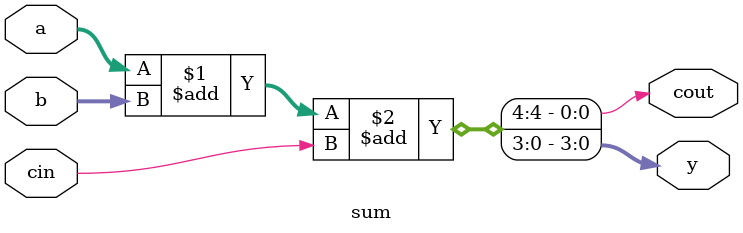
<source format=sv>
module sum( a, b, cin, y, cout);
input cin;
input [3:0] a ,b;
output cout;
output [3:0] y;

assign {cout,y[3:0]}= a+b+cin;

endmodule 

</source>
